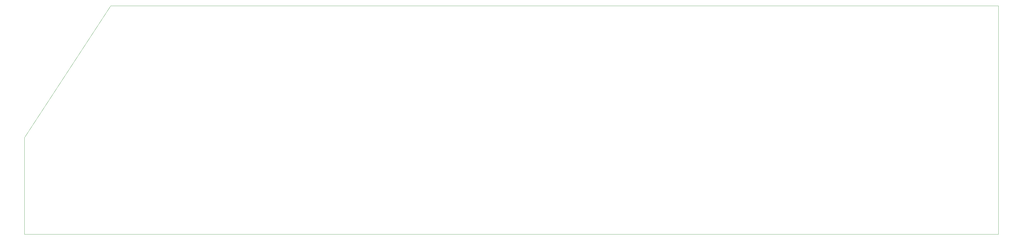
<source format=gm1>
G04 #@! TF.GenerationSoftware,KiCad,Pcbnew,(6.0.1)*
G04 #@! TF.CreationDate,2023-01-17T23:28:05-08:00*
G04 #@! TF.ProjectId,DDRduino2,44445264-7569-46e6-9f32-2e6b69636164,rev?*
G04 #@! TF.SameCoordinates,Original*
G04 #@! TF.FileFunction,Profile,NP*
%FSLAX46Y46*%
G04 Gerber Fmt 4.6, Leading zero omitted, Abs format (unit mm)*
G04 Created by KiCad (PCBNEW (6.0.1)) date 2023-01-17 23:28:05*
%MOMM*%
%LPD*%
G01*
G04 APERTURE LIST*
G04 #@! TA.AperFunction,Profile*
%ADD10C,0.100000*%
G04 #@! TD*
G04 APERTURE END LIST*
D10*
X49577480Y-139000000D02*
X78577480Y-94532480D01*
X78577480Y-94532480D02*
X377577480Y-94532480D01*
X377577480Y-94532480D02*
X377577480Y-171532480D01*
X377577480Y-171532480D02*
X49577480Y-171532480D01*
X49577480Y-171532480D02*
X49577480Y-139000000D01*
M02*

</source>
